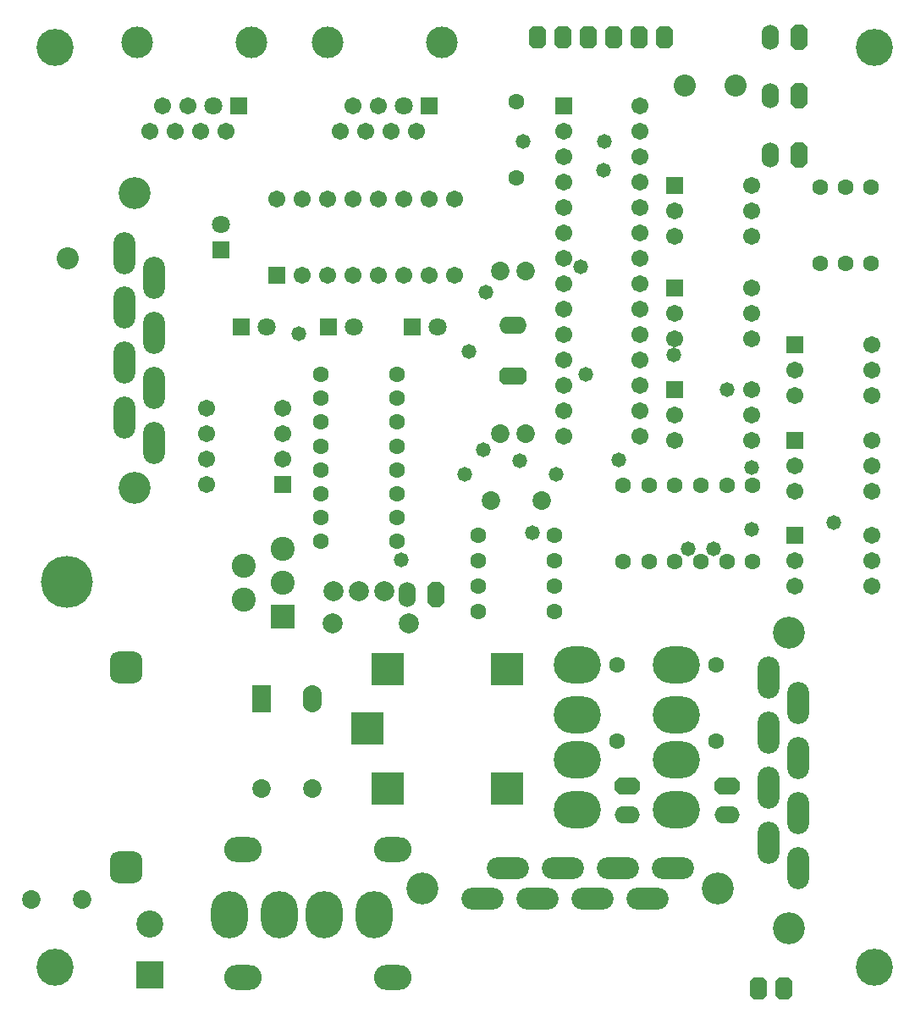
<source format=gbs>
%FSLAX24Y24*%
%MOIN*%
G70*
G01*
G75*
G04 Layer_Color=16711935*
%ADD10C,0.0236*%
%ADD11C,0.0157*%
%ADD12C,0.0591*%
%ADD13C,0.0197*%
%ADD14C,0.0394*%
%ADD15C,0.0709*%
%ADD16C,0.0315*%
%ADD17R,0.7480X0.4724*%
%ADD18R,0.3533X0.6102*%
%ADD19C,0.1378*%
%ADD20C,0.0787*%
%ADD21R,0.0591X0.0591*%
%ADD22C,0.0591*%
%ADD23C,0.0551*%
%ADD24C,0.1181*%
%ADD25O,0.0787X0.1575*%
G04:AMPARAMS|DCode=26|XSize=60mil|YSize=90.6mil|CornerRadius=0mil|HoleSize=0mil|Usage=FLASHONLY|Rotation=0.000|XOffset=0mil|YOffset=0mil|HoleType=Round|Shape=Octagon|*
%AMOCTAGOND26*
4,1,8,-0.0150,0.0453,0.0150,0.0453,0.0300,0.0303,0.0300,-0.0303,0.0150,-0.0453,-0.0150,-0.0453,-0.0300,-0.0303,-0.0300,0.0303,-0.0150,0.0453,0.0*
%
%ADD26OCTAGOND26*%

%ADD27O,0.0600X0.0906*%
%ADD28C,0.0650*%
%ADD29C,0.0591*%
%ADD30R,0.0591X0.0591*%
%ADD31C,0.0630*%
%ADD32C,0.1161*%
%ADD33O,0.1000X0.0600*%
G04:AMPARAMS|DCode=34|XSize=100mil|YSize=60mil|CornerRadius=0mil|HoleSize=0mil|Usage=FLASHONLY|Rotation=180.000|XOffset=0mil|YOffset=0mil|HoleType=Round|Shape=Octagon|*
%AMOCTAGOND34*
4,1,8,-0.0500,0.0150,-0.0500,-0.0150,-0.0350,-0.0300,0.0350,-0.0300,0.0500,-0.0150,0.0500,0.0150,0.0350,0.0300,-0.0350,0.0300,-0.0500,0.0150,0.0*
%
%ADD34OCTAGOND34*%

G04:AMPARAMS|DCode=35|XSize=80mil|YSize=60mil|CornerRadius=0mil|HoleSize=0mil|Usage=FLASHONLY|Rotation=90.000|XOffset=0mil|YOffset=0mil|HoleType=Round|Shape=Octagon|*
%AMOCTAGOND35*
4,1,8,0.0150,0.0400,-0.0150,0.0400,-0.0300,0.0250,-0.0300,-0.0250,-0.0150,-0.0400,0.0150,-0.0400,0.0300,-0.0250,0.0300,0.0250,0.0150,0.0400,0.0*
%
%ADD35OCTAGOND35*%

%ADD36C,0.0630*%
%ADD37R,0.0630X0.0630*%
%ADD38R,0.0591X0.0591*%
%ADD39R,0.1181X0.1181*%
%ADD40C,0.0709*%
%ADD41R,0.0630X0.0630*%
%ADD42O,0.1772X0.1378*%
%ADD43C,0.0866*%
%ADD44R,0.0866X0.0866*%
%ADD45C,0.1969*%
%ADD46R,0.0669X0.0984*%
%ADD47O,0.0669X0.0984*%
%ADD48R,0.0984X0.0984*%
%ADD49C,0.0984*%
%ADD50O,0.1575X0.0787*%
G04:AMPARAMS|DCode=51|XSize=60mil|YSize=90.6mil|CornerRadius=0mil|HoleSize=0mil|Usage=FLASHONLY|Rotation=90.000|XOffset=0mil|YOffset=0mil|HoleType=Round|Shape=Octagon|*
%AMOCTAGOND51*
4,1,8,-0.0453,-0.0150,-0.0453,0.0150,-0.0303,0.0300,0.0303,0.0300,0.0453,0.0150,0.0453,-0.0150,0.0303,-0.0300,-0.0303,-0.0300,-0.0453,-0.0150,0.0*
%
%ADD51OCTAGOND51*%

%ADD52O,0.0906X0.0600*%
%ADD53O,0.1400X0.0900*%
G04:AMPARAMS|DCode=54|XSize=118.1mil|YSize=118.1mil|CornerRadius=29.5mil|HoleSize=0mil|Usage=FLASHONLY|Rotation=270.000|XOffset=0mil|YOffset=0mil|HoleType=Round|Shape=RoundedRectangle|*
%AMROUNDEDRECTD54*
21,1,0.1181,0.0591,0,0,270.0*
21,1,0.0591,0.1181,0,0,270.0*
1,1,0.0591,-0.0295,-0.0295*
1,1,0.0591,-0.0295,0.0295*
1,1,0.0591,0.0295,0.0295*
1,1,0.0591,0.0295,-0.0295*
%
%ADD54ROUNDEDRECTD54*%
%ADD55O,0.1378X0.1772*%
%ADD56C,0.0500*%
%ADD57C,0.0472*%
%ADD58C,0.0100*%
%ADD59C,0.0079*%
%ADD60C,0.0098*%
%ADD61C,0.0060*%
%ADD62C,0.0020*%
%ADD63C,0.0039*%
%ADD64C,0.0030*%
%ADD65C,0.0080*%
%ADD66R,0.0200X0.0200*%
%ADD67R,0.0219X0.0300*%
%ADD68R,0.0252X0.0300*%
%ADD69R,0.0300X0.2008*%
%ADD70R,0.0219X0.0300*%
%ADD71R,0.0300X0.2008*%
%ADD72R,0.7560X0.4804*%
%ADD73C,0.1458*%
%ADD74C,0.0867*%
%ADD75R,0.0671X0.0671*%
%ADD76C,0.0671*%
%ADD77C,0.0631*%
%ADD78C,0.1261*%
%ADD79O,0.0867X0.1655*%
G04:AMPARAMS|DCode=80|XSize=68mil|YSize=98.6mil|CornerRadius=0mil|HoleSize=0mil|Usage=FLASHONLY|Rotation=0.000|XOffset=0mil|YOffset=0mil|HoleType=Round|Shape=Octagon|*
%AMOCTAGOND80*
4,1,8,-0.0170,0.0493,0.0170,0.0493,0.0340,0.0323,0.0340,-0.0323,0.0170,-0.0493,-0.0170,-0.0493,-0.0340,-0.0323,-0.0340,0.0323,-0.0170,0.0493,0.0*
%
%ADD80OCTAGOND80*%

%ADD81O,0.0680X0.0986*%
%ADD82C,0.0730*%
%ADD83C,0.0671*%
%ADD84R,0.0671X0.0671*%
%ADD85C,0.0710*%
%ADD86C,0.1241*%
%ADD87O,0.1080X0.0680*%
G04:AMPARAMS|DCode=88|XSize=108mil|YSize=68mil|CornerRadius=0mil|HoleSize=0mil|Usage=FLASHONLY|Rotation=180.000|XOffset=0mil|YOffset=0mil|HoleType=Round|Shape=Octagon|*
%AMOCTAGOND88*
4,1,8,-0.0540,0.0170,-0.0540,-0.0170,-0.0370,-0.0340,0.0370,-0.0340,0.0540,-0.0170,0.0540,0.0170,0.0370,0.0340,-0.0370,0.0340,-0.0540,0.0170,0.0*
%
%ADD88OCTAGOND88*%

G04:AMPARAMS|DCode=89|XSize=88mil|YSize=68mil|CornerRadius=0mil|HoleSize=0mil|Usage=FLASHONLY|Rotation=90.000|XOffset=0mil|YOffset=0mil|HoleType=Round|Shape=Octagon|*
%AMOCTAGOND89*
4,1,8,0.0170,0.0440,-0.0170,0.0440,-0.0340,0.0270,-0.0340,-0.0270,-0.0170,-0.0440,0.0170,-0.0440,0.0340,-0.0270,0.0340,0.0270,0.0170,0.0440,0.0*
%
%ADD89OCTAGOND89*%

%ADD90C,0.0710*%
%ADD91R,0.0710X0.0710*%
%ADD92R,0.0671X0.0671*%
%ADD93R,0.1261X0.1261*%
%ADD94C,0.0789*%
%ADD95R,0.0710X0.0710*%
%ADD96O,0.1852X0.1458*%
%ADD97C,0.0946*%
%ADD98R,0.0946X0.0946*%
%ADD99C,0.2049*%
%ADD100R,0.0749X0.1064*%
%ADD101O,0.0749X0.1064*%
%ADD102R,0.1064X0.1064*%
%ADD103C,0.1064*%
%ADD104O,0.1655X0.0867*%
G04:AMPARAMS|DCode=105|XSize=68mil|YSize=98.6mil|CornerRadius=0mil|HoleSize=0mil|Usage=FLASHONLY|Rotation=90.000|XOffset=0mil|YOffset=0mil|HoleType=Round|Shape=Octagon|*
%AMOCTAGOND105*
4,1,8,-0.0493,-0.0170,-0.0493,0.0170,-0.0323,0.0340,0.0323,0.0340,0.0493,0.0170,0.0493,-0.0170,0.0323,-0.0340,-0.0323,-0.0340,-0.0493,-0.0170,0.0*
%
%ADD105OCTAGOND105*%

%ADD106O,0.0986X0.0680*%
%ADD107O,0.1480X0.0980*%
G04:AMPARAMS|DCode=108|XSize=126.1mil|YSize=126.1mil|CornerRadius=33.5mil|HoleSize=0mil|Usage=FLASHONLY|Rotation=270.000|XOffset=0mil|YOffset=0mil|HoleType=Round|Shape=RoundedRectangle|*
%AMROUNDEDRECTD108*
21,1,0.1261,0.0591,0,0,270.0*
21,1,0.0591,0.1261,0,0,270.0*
1,1,0.0671,-0.0295,-0.0295*
1,1,0.0671,-0.0295,0.0295*
1,1,0.0671,0.0295,0.0295*
1,1,0.0671,0.0295,-0.0295*
%
%ADD108ROUNDEDRECTD108*%
%ADD109O,0.1458X0.1852*%
%ADD110C,0.0580*%
D73*
X33858Y37795D02*
D03*
Y1575D02*
D03*
X1575D02*
D03*
Y37795D02*
D03*
D74*
X28392Y36270D02*
D03*
X26392D02*
D03*
X2077Y29498D02*
D03*
D75*
X21610Y35476D02*
D03*
X10545Y20577D02*
D03*
D76*
X21610Y34476D02*
D03*
Y33476D02*
D03*
Y32476D02*
D03*
Y31476D02*
D03*
Y30476D02*
D03*
Y29476D02*
D03*
Y28476D02*
D03*
Y27476D02*
D03*
Y26476D02*
D03*
Y25476D02*
D03*
Y24476D02*
D03*
Y23476D02*
D03*
Y22476D02*
D03*
X24610Y35476D02*
D03*
Y34476D02*
D03*
Y33476D02*
D03*
Y32476D02*
D03*
Y31476D02*
D03*
Y30476D02*
D03*
Y29476D02*
D03*
Y28476D02*
D03*
Y27476D02*
D03*
Y26476D02*
D03*
Y25476D02*
D03*
Y24476D02*
D03*
Y23476D02*
D03*
Y22476D02*
D03*
X10545Y21577D02*
D03*
Y22577D02*
D03*
Y23577D02*
D03*
X7545Y20577D02*
D03*
Y21577D02*
D03*
Y22577D02*
D03*
Y23577D02*
D03*
D77*
X19744Y35663D02*
D03*
Y32663D02*
D03*
X15047Y22096D02*
D03*
X12047D02*
D03*
X15047Y23032D02*
D03*
X12047D02*
D03*
X33737Y32295D02*
D03*
Y29295D02*
D03*
X12047Y23967D02*
D03*
X15047D02*
D03*
X32723Y32295D02*
D03*
Y29295D02*
D03*
X31709Y32295D02*
D03*
Y29295D02*
D03*
X15047Y24902D02*
D03*
X12047D02*
D03*
X15047Y21161D02*
D03*
X12047D02*
D03*
X15047Y19291D02*
D03*
X12047D02*
D03*
X21268Y17585D02*
D03*
X18268D02*
D03*
X21268Y16588D02*
D03*
X18268D02*
D03*
X21268Y15591D02*
D03*
X18268D02*
D03*
X21268Y18583D02*
D03*
X18268D02*
D03*
X12047Y20226D02*
D03*
X15047D02*
D03*
X27019Y17537D02*
D03*
Y20537D02*
D03*
X25996Y17537D02*
D03*
Y20537D02*
D03*
X24973Y17537D02*
D03*
Y20537D02*
D03*
X23705Y10498D02*
D03*
Y13498D02*
D03*
X23950Y17537D02*
D03*
Y20537D02*
D03*
X27622Y10498D02*
D03*
Y13498D02*
D03*
X28042Y17537D02*
D03*
Y20537D02*
D03*
X29065D02*
D03*
Y17537D02*
D03*
X15047Y18356D02*
D03*
X12047D02*
D03*
D78*
X4713Y32061D02*
D03*
Y20446D02*
D03*
X30476Y3130D02*
D03*
Y14744D02*
D03*
X16063Y4685D02*
D03*
X27677D02*
D03*
D79*
X4319Y23202D02*
D03*
Y25368D02*
D03*
Y27533D02*
D03*
Y29698D02*
D03*
X5500Y28714D02*
D03*
Y26549D02*
D03*
Y24383D02*
D03*
Y22218D02*
D03*
X30870Y11988D02*
D03*
Y9823D02*
D03*
Y7658D02*
D03*
Y5492D02*
D03*
X29689Y6476D02*
D03*
Y8642D02*
D03*
Y10807D02*
D03*
Y12972D02*
D03*
D80*
X30876Y38189D02*
D03*
Y35876D02*
D03*
Y33563D02*
D03*
X16589Y16260D02*
D03*
D81*
X29754Y38189D02*
D03*
Y35876D02*
D03*
Y33563D02*
D03*
X15467Y16260D02*
D03*
D82*
X20106Y28996D02*
D03*
X19106D02*
D03*
X20106Y22596D02*
D03*
X19106D02*
D03*
X18768Y19961D02*
D03*
X20768D02*
D03*
X9734Y8622D02*
D03*
X11734D02*
D03*
X2644Y4242D02*
D03*
X644D02*
D03*
D83*
X5337Y34476D02*
D03*
X8337D02*
D03*
X5837Y35476D02*
D03*
X6337Y34476D02*
D03*
X7337D02*
D03*
X6837Y35476D02*
D03*
X11329Y28815D02*
D03*
X12329D02*
D03*
X13329D02*
D03*
X14329D02*
D03*
X15329D02*
D03*
X16329D02*
D03*
X17329D02*
D03*
X10329Y31815D02*
D03*
X11329D02*
D03*
X12329D02*
D03*
X13329D02*
D03*
X14329D02*
D03*
X15329D02*
D03*
X16329D02*
D03*
X17329D02*
D03*
X12817Y34476D02*
D03*
X15817D02*
D03*
X13317Y35476D02*
D03*
X13817Y34476D02*
D03*
X14817D02*
D03*
X14317Y35476D02*
D03*
X25997Y30334D02*
D03*
Y31334D02*
D03*
X29031Y30334D02*
D03*
Y31334D02*
D03*
Y32334D02*
D03*
X30727Y24088D02*
D03*
Y25088D02*
D03*
X33761Y24088D02*
D03*
Y25088D02*
D03*
Y26088D02*
D03*
X25997Y26320D02*
D03*
Y27320D02*
D03*
X29031Y26320D02*
D03*
Y27320D02*
D03*
Y28320D02*
D03*
X30727Y20331D02*
D03*
Y21331D02*
D03*
X33761Y20331D02*
D03*
Y21331D02*
D03*
Y22331D02*
D03*
X25997Y22306D02*
D03*
Y23306D02*
D03*
X29031Y22306D02*
D03*
Y23306D02*
D03*
Y24306D02*
D03*
X33761Y18574D02*
D03*
Y17574D02*
D03*
Y16574D02*
D03*
X30727Y17574D02*
D03*
Y16574D02*
D03*
D84*
X8837Y35476D02*
D03*
X16317D02*
D03*
X25997Y32334D02*
D03*
X30727Y26088D02*
D03*
X25997Y28320D02*
D03*
X30727Y22331D02*
D03*
X25997Y24306D02*
D03*
X30727Y18574D02*
D03*
D85*
X7837Y35476D02*
D03*
X15317D02*
D03*
D86*
X9337Y37976D02*
D03*
X4837D02*
D03*
X16817D02*
D03*
X12317D02*
D03*
D87*
X19606Y26846D02*
D03*
D88*
Y24861D02*
D03*
D89*
X20589Y38169D02*
D03*
X21589D02*
D03*
X22589D02*
D03*
X23589D02*
D03*
X25589D02*
D03*
X24589D02*
D03*
X29291Y748D02*
D03*
X30291D02*
D03*
D90*
X8110Y30815D02*
D03*
X16660Y26796D02*
D03*
X13360D02*
D03*
X9910D02*
D03*
D91*
X8110Y29815D02*
D03*
D92*
X10329Y28815D02*
D03*
D93*
X14679Y13328D02*
D03*
X19404D02*
D03*
X14679Y8604D02*
D03*
X13892Y10966D02*
D03*
X19404Y8604D02*
D03*
D94*
X15530Y15108D02*
D03*
X12530D02*
D03*
X14553Y16388D02*
D03*
X12553D02*
D03*
X13553D02*
D03*
D95*
X15660Y26796D02*
D03*
X12360D02*
D03*
X8910D02*
D03*
D96*
X22140Y13474D02*
D03*
Y11506D02*
D03*
Y7766D02*
D03*
Y9734D02*
D03*
X26057Y13474D02*
D03*
Y11506D02*
D03*
Y7766D02*
D03*
Y9734D02*
D03*
D97*
X10554Y16726D02*
D03*
Y18065D02*
D03*
X9019Y16057D02*
D03*
Y17395D02*
D03*
D98*
X10554Y15387D02*
D03*
D99*
X2051Y16732D02*
D03*
D100*
X9734Y12165D02*
D03*
D101*
X11734D02*
D03*
D102*
X5325Y1289D02*
D03*
D103*
Y3289D02*
D03*
D104*
X24921Y4291D02*
D03*
X22756D02*
D03*
X20591D02*
D03*
X18425D02*
D03*
X19409Y5472D02*
D03*
X21575D02*
D03*
X23740D02*
D03*
X25906D02*
D03*
D105*
X24108Y8701D02*
D03*
X28055Y8701D02*
D03*
D106*
X24108Y7579D02*
D03*
X28055Y7579D02*
D03*
D107*
X14902Y6230D02*
D03*
X8986D02*
D03*
Y1171D02*
D03*
X14902D02*
D03*
D108*
X4390Y13386D02*
D03*
Y5512D02*
D03*
D109*
X12195Y3642D02*
D03*
X14163D02*
D03*
X10423D02*
D03*
X8455D02*
D03*
D110*
X25950Y25674D02*
D03*
X19889Y21514D02*
D03*
X20390Y18684D02*
D03*
X29010Y18814D02*
D03*
X27530Y18034D02*
D03*
X26510D02*
D03*
X18471Y21934D02*
D03*
X22280Y29146D02*
D03*
X17900Y25824D02*
D03*
X15210Y17624D02*
D03*
X32240Y19094D02*
D03*
X28042Y24306D02*
D03*
X23790Y21534D02*
D03*
X17730Y20974D02*
D03*
X21320D02*
D03*
X23210Y34076D02*
D03*
X22500Y24931D02*
D03*
X11191Y26523D02*
D03*
X18553Y28140D02*
D03*
X23199Y32943D02*
D03*
X20020Y34094D02*
D03*
X29027Y21260D02*
D03*
M02*

</source>
